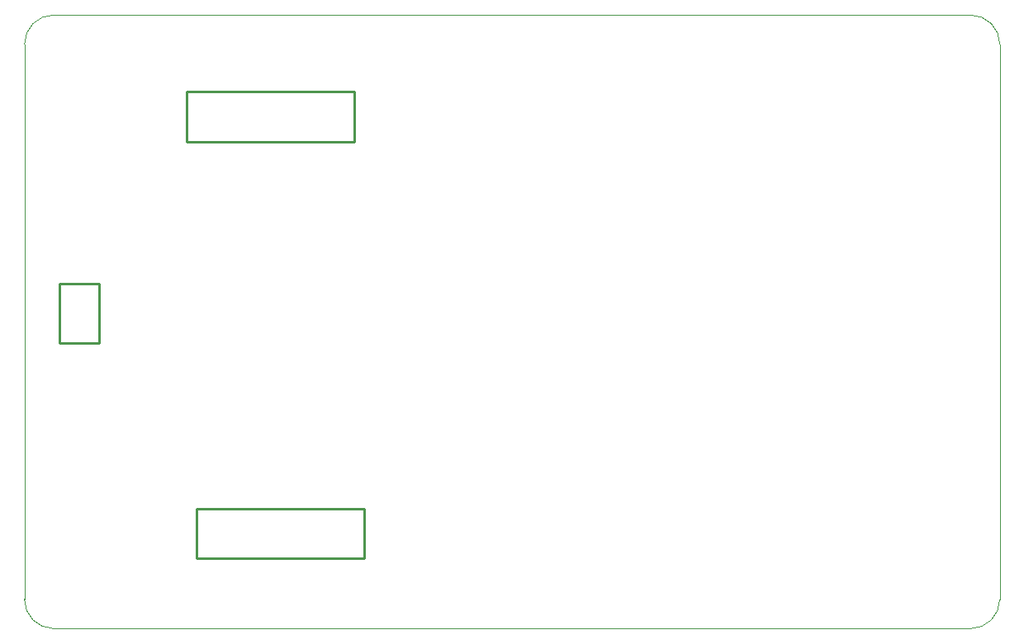
<source format=gm1>
G04*
G04 #@! TF.GenerationSoftware,Altium Limited,Altium Designer,23.10.1 (27)*
G04*
G04 Layer_Color=16711935*
%FSLAX24Y24*%
%MOIN*%
G70*
G04*
G04 #@! TF.SameCoordinates,035D824A-8269-4E4D-BA6D-B56C25CEACC5*
G04*
G04*
G04 #@! TF.FilePolarity,Positive*
G04*
G01*
G75*
%ADD10C,0.0100*%
%ADD58C,0.0005*%
D10*
X6959Y4859D02*
X13727D01*
X6959Y2841D02*
Y4859D01*
Y2841D02*
X13727D01*
Y4859D01*
X1408Y11541D02*
X3027D01*
X6558Y19691D02*
Y21709D01*
X13327D01*
Y19691D02*
Y21709D01*
X6558Y19691D02*
X13327D01*
X1408Y11541D02*
Y13959D01*
X3027D01*
Y11541D02*
Y13959D01*
D58*
X0Y1181D02*
G03*
X1181Y0I1181J0D01*
G01*
X38189D02*
G03*
X39370Y1181I0J1181D01*
G01*
Y23622D02*
G03*
X38189Y24803I-1181J0D01*
G01*
X1181D02*
G03*
X0Y23622I0J-1181D01*
G01*
X1181Y0D02*
X38189D01*
X1181Y24803D02*
X38189D01*
X39370Y1181D02*
Y23622D01*
X0Y1181D02*
Y23622D01*
M02*

</source>
